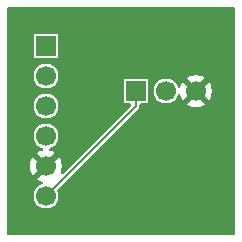
<source format=gbr>
%TF.GenerationSoftware,KiCad,Pcbnew,9.0.6-9.0.6~ubuntu24.04.1*%
%TF.CreationDate,2026-01-18T16:07:11-03:00*%
%TF.ProjectId,cotti_temp_humid_sensor,636f7474-695f-4746-956d-705f68756d69,0.0*%
%TF.SameCoordinates,Original*%
%TF.FileFunction,Copper,L2,Bot*%
%TF.FilePolarity,Positive*%
%FSLAX46Y46*%
G04 Gerber Fmt 4.6, Leading zero omitted, Abs format (unit mm)*
G04 Created by KiCad (PCBNEW 9.0.6-9.0.6~ubuntu24.04.1) date 2026-01-18 16:07:11*
%MOMM*%
%LPD*%
G01*
G04 APERTURE LIST*
%TA.AperFunction,ComponentPad*%
%ADD10C,1.700000*%
%TD*%
%TA.AperFunction,ComponentPad*%
%ADD11R,1.700000X1.700000*%
%TD*%
%TA.AperFunction,ViaPad*%
%ADD12C,0.600000*%
%TD*%
%TA.AperFunction,Conductor*%
%ADD13C,0.200000*%
%TD*%
G04 APERTURE END LIST*
D10*
%TO.P,JP1,3,B*%
%TO.N,GND*%
X143510000Y-91440000D03*
%TO.P,JP1,2,C*%
%TO.N,/addr*%
X140970000Y-91440000D03*
D11*
%TO.P,JP1,1,A*%
%TO.N,+3V3*%
X138430000Y-91440000D03*
%TD*%
%TO.P,J1,1,NC/INT#*%
%TO.N,/drdy*%
X130810000Y-87630000D03*
D10*
%TO.P,J1,2,NC/RESET#*%
%TO.N,unconnected-(J1-NC{slash}RESET#-Pad2)*%
X130810000Y-90170000D03*
%TO.P,J1,3,SCL*%
%TO.N,/scl*%
X130810000Y-92710000D03*
%TO.P,J1,4,SDA*%
%TO.N,/sda*%
X130810000Y-95250000D03*
%TO.P,J1,5,GND*%
%TO.N,GND*%
X130810000Y-97790000D03*
%TO.P,J1,6,VCC*%
%TO.N,+3V3*%
X130810000Y-100330000D03*
%TD*%
D12*
%TO.N,GND*%
X140462000Y-93726000D03*
%TD*%
D13*
%TO.N,+3V3*%
X130810000Y-100330000D02*
X138430000Y-92710000D01*
X138430000Y-92710000D02*
X138430000Y-91440000D01*
%TD*%
%TA.AperFunction,Conductor*%
%TO.N,GND*%
G36*
X146755039Y-84347685D02*
G01*
X146800794Y-84400489D01*
X146812000Y-84452000D01*
X146812000Y-103508000D01*
X146792315Y-103575039D01*
X146739511Y-103620794D01*
X146688000Y-103632000D01*
X127632000Y-103632000D01*
X127564961Y-103612315D01*
X127519206Y-103559511D01*
X127508000Y-103508000D01*
X127508000Y-97683753D01*
X129460000Y-97683753D01*
X129460000Y-97896246D01*
X129493242Y-98106127D01*
X129493242Y-98106130D01*
X129558904Y-98308217D01*
X129655375Y-98497550D01*
X129694728Y-98551716D01*
X130327037Y-97919408D01*
X130344075Y-97982993D01*
X130409901Y-98097007D01*
X130502993Y-98190099D01*
X130617007Y-98255925D01*
X130680590Y-98272962D01*
X130048282Y-98905269D01*
X130048282Y-98905270D01*
X130102449Y-98944624D01*
X130291782Y-99041095D01*
X130467973Y-99098343D01*
X130525648Y-99137780D01*
X130552847Y-99202139D01*
X130540932Y-99270985D01*
X130493688Y-99322461D01*
X130477108Y-99330835D01*
X130312403Y-99399057D01*
X130140342Y-99514024D01*
X129994024Y-99660342D01*
X129879058Y-99832403D01*
X129799870Y-100023579D01*
X129799868Y-100023587D01*
X129759500Y-100226530D01*
X129759500Y-100433469D01*
X129799868Y-100636412D01*
X129799870Y-100636420D01*
X129879058Y-100827596D01*
X129994024Y-100999657D01*
X130140342Y-101145975D01*
X130140345Y-101145977D01*
X130312402Y-101260941D01*
X130503580Y-101340130D01*
X130706530Y-101380499D01*
X130706534Y-101380500D01*
X130706535Y-101380500D01*
X130913466Y-101380500D01*
X130913467Y-101380499D01*
X131116420Y-101340130D01*
X131307598Y-101260941D01*
X131479655Y-101145977D01*
X131625977Y-100999655D01*
X131740941Y-100827598D01*
X131820130Y-100636420D01*
X131860500Y-100433465D01*
X131860500Y-100226535D01*
X131820130Y-100023580D01*
X131770194Y-99903026D01*
X131762726Y-99833559D01*
X131794001Y-99771080D01*
X131797047Y-99767922D01*
X138670460Y-92894511D01*
X138710021Y-92825989D01*
X138730500Y-92749562D01*
X138730500Y-92614500D01*
X138750185Y-92547461D01*
X138802989Y-92501706D01*
X138854500Y-92490500D01*
X139299750Y-92490500D01*
X139299751Y-92490499D01*
X139314568Y-92487552D01*
X139358229Y-92478868D01*
X139358229Y-92478867D01*
X139358231Y-92478867D01*
X139424552Y-92434552D01*
X139468867Y-92368231D01*
X139468867Y-92368229D01*
X139468868Y-92368229D01*
X139480499Y-92309752D01*
X139480500Y-92309750D01*
X139480500Y-91336530D01*
X139919500Y-91336530D01*
X139919500Y-91543469D01*
X139959868Y-91746412D01*
X139959870Y-91746420D01*
X140025939Y-91905925D01*
X140039059Y-91937598D01*
X140052836Y-91958217D01*
X140154024Y-92109657D01*
X140300342Y-92255975D01*
X140300345Y-92255977D01*
X140472402Y-92370941D01*
X140663580Y-92450130D01*
X140808052Y-92478867D01*
X140866530Y-92490499D01*
X140866534Y-92490500D01*
X140866535Y-92490500D01*
X141073466Y-92490500D01*
X141073467Y-92490499D01*
X141276420Y-92450130D01*
X141467598Y-92370941D01*
X141639655Y-92255977D01*
X141785977Y-92109655D01*
X141900941Y-91937598D01*
X141969165Y-91772889D01*
X142013004Y-91718488D01*
X142079298Y-91696423D01*
X142146998Y-91713702D01*
X142194609Y-91764839D01*
X142201656Y-91782026D01*
X142258904Y-91958216D01*
X142355375Y-92147550D01*
X142394728Y-92201716D01*
X143027037Y-91569408D01*
X143044075Y-91632993D01*
X143109901Y-91747007D01*
X143202993Y-91840099D01*
X143317007Y-91905925D01*
X143380590Y-91922962D01*
X142748282Y-92555269D01*
X142748282Y-92555270D01*
X142802449Y-92594624D01*
X142991782Y-92691095D01*
X143193870Y-92756757D01*
X143403754Y-92790000D01*
X143616246Y-92790000D01*
X143826127Y-92756757D01*
X143826130Y-92756757D01*
X144028217Y-92691095D01*
X144217554Y-92594622D01*
X144271716Y-92555270D01*
X144271717Y-92555270D01*
X143639408Y-91922962D01*
X143702993Y-91905925D01*
X143817007Y-91840099D01*
X143910099Y-91747007D01*
X143975925Y-91632993D01*
X143992962Y-91569409D01*
X144625270Y-92201717D01*
X144625270Y-92201716D01*
X144664622Y-92147554D01*
X144761095Y-91958217D01*
X144826757Y-91756130D01*
X144826757Y-91756127D01*
X144860000Y-91546246D01*
X144860000Y-91333753D01*
X144826757Y-91123872D01*
X144826757Y-91123869D01*
X144761095Y-90921782D01*
X144664624Y-90732449D01*
X144625270Y-90678282D01*
X144625269Y-90678282D01*
X143992962Y-91310590D01*
X143975925Y-91247007D01*
X143910099Y-91132993D01*
X143817007Y-91039901D01*
X143702993Y-90974075D01*
X143639409Y-90957037D01*
X144271716Y-90324728D01*
X144217550Y-90285375D01*
X144028217Y-90188904D01*
X143826129Y-90123242D01*
X143616246Y-90090000D01*
X143403754Y-90090000D01*
X143193872Y-90123242D01*
X143193869Y-90123242D01*
X142991782Y-90188904D01*
X142802439Y-90285380D01*
X142748282Y-90324727D01*
X142748282Y-90324728D01*
X143380591Y-90957037D01*
X143317007Y-90974075D01*
X143202993Y-91039901D01*
X143109901Y-91132993D01*
X143044075Y-91247007D01*
X143027037Y-91310591D01*
X142394728Y-90678282D01*
X142394727Y-90678282D01*
X142355380Y-90732439D01*
X142258905Y-90921781D01*
X142201656Y-91097974D01*
X142162218Y-91155649D01*
X142097859Y-91182847D01*
X142029013Y-91170932D01*
X141977537Y-91123688D01*
X141969164Y-91107107D01*
X141900943Y-90942405D01*
X141785975Y-90770342D01*
X141639657Y-90624024D01*
X141471655Y-90511770D01*
X141467598Y-90509059D01*
X141276420Y-90429870D01*
X141276412Y-90429868D01*
X141073469Y-90389500D01*
X141073465Y-90389500D01*
X140866535Y-90389500D01*
X140866530Y-90389500D01*
X140663587Y-90429868D01*
X140663579Y-90429870D01*
X140472403Y-90509058D01*
X140300342Y-90624024D01*
X140154024Y-90770342D01*
X140039058Y-90942403D01*
X139959870Y-91133579D01*
X139959868Y-91133587D01*
X139919500Y-91336530D01*
X139480500Y-91336530D01*
X139480500Y-90570249D01*
X139480499Y-90570247D01*
X139468868Y-90511770D01*
X139468867Y-90511769D01*
X139424552Y-90445447D01*
X139358230Y-90401132D01*
X139358229Y-90401131D01*
X139299752Y-90389500D01*
X139299748Y-90389500D01*
X137560252Y-90389500D01*
X137560247Y-90389500D01*
X137501770Y-90401131D01*
X137501769Y-90401132D01*
X137435447Y-90445447D01*
X137391132Y-90511769D01*
X137391131Y-90511770D01*
X137379500Y-90570247D01*
X137379500Y-92309752D01*
X137391131Y-92368229D01*
X137391132Y-92368230D01*
X137435447Y-92434552D01*
X137501769Y-92478867D01*
X137501770Y-92478868D01*
X137560247Y-92490499D01*
X137560250Y-92490500D01*
X137560252Y-92490500D01*
X137925167Y-92490500D01*
X137992206Y-92510185D01*
X138037961Y-92562989D01*
X138047905Y-92632147D01*
X138018880Y-92695703D01*
X138012848Y-92702181D01*
X132255549Y-98459478D01*
X132194226Y-98492963D01*
X132124534Y-98487979D01*
X132068601Y-98446107D01*
X132044184Y-98380643D01*
X132057386Y-98315496D01*
X132061096Y-98308215D01*
X132126757Y-98106130D01*
X132126757Y-98106127D01*
X132160000Y-97896246D01*
X132160000Y-97683753D01*
X132126757Y-97473872D01*
X132126757Y-97473869D01*
X132061095Y-97271782D01*
X131964624Y-97082449D01*
X131925270Y-97028282D01*
X131925269Y-97028282D01*
X131292962Y-97660590D01*
X131275925Y-97597007D01*
X131210099Y-97482993D01*
X131117007Y-97389901D01*
X131002993Y-97324075D01*
X130939409Y-97307037D01*
X131571716Y-96674728D01*
X131517550Y-96635375D01*
X131328216Y-96538904D01*
X131152026Y-96481656D01*
X131094350Y-96442218D01*
X131067152Y-96377860D01*
X131079067Y-96309013D01*
X131126311Y-96257538D01*
X131142882Y-96249168D01*
X131307598Y-96180941D01*
X131479655Y-96065977D01*
X131625977Y-95919655D01*
X131740941Y-95747598D01*
X131820130Y-95556420D01*
X131860500Y-95353465D01*
X131860500Y-95146535D01*
X131820130Y-94943580D01*
X131740941Y-94752402D01*
X131625977Y-94580345D01*
X131625975Y-94580342D01*
X131479657Y-94434024D01*
X131393626Y-94376541D01*
X131307598Y-94319059D01*
X131116420Y-94239870D01*
X131116412Y-94239868D01*
X130913469Y-94199500D01*
X130913465Y-94199500D01*
X130706535Y-94199500D01*
X130706530Y-94199500D01*
X130503587Y-94239868D01*
X130503579Y-94239870D01*
X130312403Y-94319058D01*
X130140342Y-94434024D01*
X129994024Y-94580342D01*
X129879058Y-94752403D01*
X129799870Y-94943579D01*
X129799868Y-94943587D01*
X129759500Y-95146530D01*
X129759500Y-95353469D01*
X129799868Y-95556412D01*
X129799870Y-95556420D01*
X129879058Y-95747596D01*
X129994024Y-95919657D01*
X130140342Y-96065975D01*
X130312405Y-96180943D01*
X130415043Y-96223456D01*
X130477108Y-96249164D01*
X130531511Y-96293005D01*
X130553576Y-96359299D01*
X130536297Y-96426998D01*
X130485160Y-96474609D01*
X130467974Y-96481656D01*
X130291781Y-96538905D01*
X130102439Y-96635380D01*
X130048282Y-96674727D01*
X130048282Y-96674728D01*
X130680591Y-97307037D01*
X130617007Y-97324075D01*
X130502993Y-97389901D01*
X130409901Y-97482993D01*
X130344075Y-97597007D01*
X130327037Y-97660591D01*
X129694728Y-97028282D01*
X129694727Y-97028282D01*
X129655380Y-97082439D01*
X129558904Y-97271782D01*
X129493242Y-97473869D01*
X129493242Y-97473872D01*
X129460000Y-97683753D01*
X127508000Y-97683753D01*
X127508000Y-92606530D01*
X129759500Y-92606530D01*
X129759500Y-92813469D01*
X129799868Y-93016412D01*
X129799870Y-93016420D01*
X129879058Y-93207596D01*
X129994024Y-93379657D01*
X130140342Y-93525975D01*
X130140345Y-93525977D01*
X130312402Y-93640941D01*
X130503580Y-93720130D01*
X130706530Y-93760499D01*
X130706534Y-93760500D01*
X130706535Y-93760500D01*
X130913466Y-93760500D01*
X130913467Y-93760499D01*
X131116420Y-93720130D01*
X131307598Y-93640941D01*
X131479655Y-93525977D01*
X131625977Y-93379655D01*
X131740941Y-93207598D01*
X131820130Y-93016420D01*
X131860500Y-92813465D01*
X131860500Y-92606535D01*
X131820130Y-92403580D01*
X131740941Y-92212402D01*
X131625977Y-92040345D01*
X131625975Y-92040342D01*
X131479657Y-91894024D01*
X131312038Y-91782026D01*
X131307598Y-91779059D01*
X131116420Y-91699870D01*
X131116412Y-91699868D01*
X130913469Y-91659500D01*
X130913465Y-91659500D01*
X130706535Y-91659500D01*
X130706530Y-91659500D01*
X130503587Y-91699868D01*
X130503579Y-91699870D01*
X130312403Y-91779058D01*
X130140342Y-91894024D01*
X129994024Y-92040342D01*
X129879058Y-92212403D01*
X129799870Y-92403579D01*
X129799868Y-92403587D01*
X129759500Y-92606530D01*
X127508000Y-92606530D01*
X127508000Y-90066530D01*
X129759500Y-90066530D01*
X129759500Y-90273469D01*
X129799868Y-90476412D01*
X129799870Y-90476420D01*
X129879058Y-90667596D01*
X129994024Y-90839657D01*
X130140342Y-90985975D01*
X130140345Y-90985977D01*
X130312402Y-91100941D01*
X130503580Y-91180130D01*
X130706530Y-91220499D01*
X130706534Y-91220500D01*
X130706535Y-91220500D01*
X130913466Y-91220500D01*
X130913467Y-91220499D01*
X131116420Y-91180130D01*
X131307598Y-91100941D01*
X131479655Y-90985977D01*
X131625977Y-90839655D01*
X131740941Y-90667598D01*
X131820130Y-90476420D01*
X131860500Y-90273465D01*
X131860500Y-90066535D01*
X131820130Y-89863580D01*
X131740941Y-89672402D01*
X131625977Y-89500345D01*
X131625975Y-89500342D01*
X131479657Y-89354024D01*
X131393626Y-89296541D01*
X131307598Y-89239059D01*
X131116420Y-89159870D01*
X131116412Y-89159868D01*
X130913469Y-89119500D01*
X130913465Y-89119500D01*
X130706535Y-89119500D01*
X130706530Y-89119500D01*
X130503587Y-89159868D01*
X130503579Y-89159870D01*
X130312403Y-89239058D01*
X130140342Y-89354024D01*
X129994024Y-89500342D01*
X129879058Y-89672403D01*
X129799870Y-89863579D01*
X129799868Y-89863587D01*
X129759500Y-90066530D01*
X127508000Y-90066530D01*
X127508000Y-86760247D01*
X129759500Y-86760247D01*
X129759500Y-88499752D01*
X129771131Y-88558229D01*
X129771132Y-88558230D01*
X129815447Y-88624552D01*
X129881769Y-88668867D01*
X129881770Y-88668868D01*
X129940247Y-88680499D01*
X129940250Y-88680500D01*
X129940252Y-88680500D01*
X131679750Y-88680500D01*
X131679751Y-88680499D01*
X131694568Y-88677552D01*
X131738229Y-88668868D01*
X131738229Y-88668867D01*
X131738231Y-88668867D01*
X131804552Y-88624552D01*
X131848867Y-88558231D01*
X131848867Y-88558229D01*
X131848868Y-88558229D01*
X131860499Y-88499752D01*
X131860500Y-88499750D01*
X131860500Y-86760249D01*
X131860499Y-86760247D01*
X131848868Y-86701770D01*
X131848867Y-86701769D01*
X131804552Y-86635447D01*
X131738230Y-86591132D01*
X131738229Y-86591131D01*
X131679752Y-86579500D01*
X131679748Y-86579500D01*
X129940252Y-86579500D01*
X129940247Y-86579500D01*
X129881770Y-86591131D01*
X129881769Y-86591132D01*
X129815447Y-86635447D01*
X129771132Y-86701769D01*
X129771131Y-86701770D01*
X129759500Y-86760247D01*
X127508000Y-86760247D01*
X127508000Y-84452000D01*
X127527685Y-84384961D01*
X127580489Y-84339206D01*
X127632000Y-84328000D01*
X146688000Y-84328000D01*
X146755039Y-84347685D01*
G37*
%TD.AperFunction*%
%TD*%
M02*

</source>
